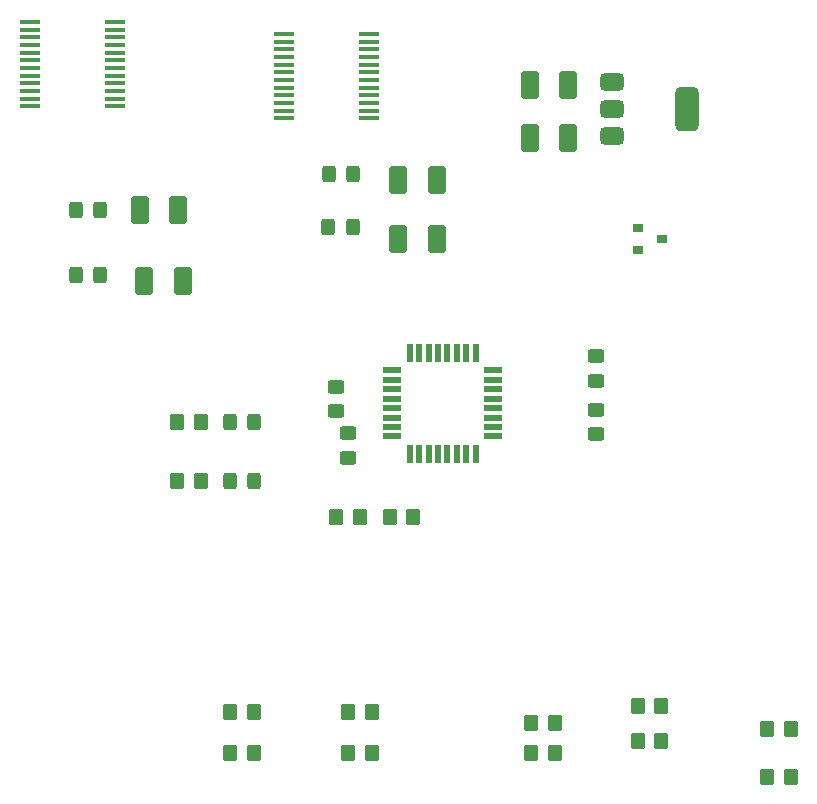
<source format=gbr>
%TF.GenerationSoftware,KiCad,Pcbnew,8.0.1*%
%TF.CreationDate,2024-06-07T20:18:40+02:00*%
%TF.ProjectId,minisumo,6d696e69-7375-46d6-9f2e-6b696361645f,rev?*%
%TF.SameCoordinates,Original*%
%TF.FileFunction,Paste,Top*%
%TF.FilePolarity,Positive*%
%FSLAX46Y46*%
G04 Gerber Fmt 4.6, Leading zero omitted, Abs format (unit mm)*
G04 Created by KiCad (PCBNEW 8.0.1) date 2024-06-07 20:18:40*
%MOMM*%
%LPD*%
G01*
G04 APERTURE LIST*
G04 Aperture macros list*
%AMRoundRect*
0 Rectangle with rounded corners*
0 $1 Rounding radius*
0 $2 $3 $4 $5 $6 $7 $8 $9 X,Y pos of 4 corners*
0 Add a 4 corners polygon primitive as box body*
4,1,4,$2,$3,$4,$5,$6,$7,$8,$9,$2,$3,0*
0 Add four circle primitives for the rounded corners*
1,1,$1+$1,$2,$3*
1,1,$1+$1,$4,$5*
1,1,$1+$1,$6,$7*
1,1,$1+$1,$8,$9*
0 Add four rect primitives between the rounded corners*
20,1,$1+$1,$2,$3,$4,$5,0*
20,1,$1+$1,$4,$5,$6,$7,0*
20,1,$1+$1,$6,$7,$8,$9,0*
20,1,$1+$1,$8,$9,$2,$3,0*%
G04 Aperture macros list end*
%ADD10R,1.750000X0.450000*%
%ADD11RoundRect,0.250001X-0.499999X-0.924999X0.499999X-0.924999X0.499999X0.924999X-0.499999X0.924999X0*%
%ADD12RoundRect,0.250000X-0.350000X-0.450000X0.350000X-0.450000X0.350000X0.450000X-0.350000X0.450000X0*%
%ADD13RoundRect,0.250000X-0.450000X0.325000X-0.450000X-0.325000X0.450000X-0.325000X0.450000X0.325000X0*%
%ADD14RoundRect,0.250000X0.350000X0.450000X-0.350000X0.450000X-0.350000X-0.450000X0.350000X-0.450000X0*%
%ADD15R,0.900000X0.800000*%
%ADD16RoundRect,0.250000X0.450000X-0.325000X0.450000X0.325000X-0.450000X0.325000X-0.450000X-0.325000X0*%
%ADD17RoundRect,0.250000X0.325000X0.450000X-0.325000X0.450000X-0.325000X-0.450000X0.325000X-0.450000X0*%
%ADD18RoundRect,0.375000X-0.625000X-0.375000X0.625000X-0.375000X0.625000X0.375000X-0.625000X0.375000X0*%
%ADD19RoundRect,0.500000X-0.500000X-1.400000X0.500000X-1.400000X0.500000X1.400000X-0.500000X1.400000X0*%
%ADD20RoundRect,0.250001X0.499999X0.924999X-0.499999X0.924999X-0.499999X-0.924999X0.499999X-0.924999X0*%
%ADD21R,1.600000X0.550000*%
%ADD22R,0.550000X1.600000*%
G04 APERTURE END LIST*
D10*
%TO.C,U2*%
X77300000Y-92275000D03*
X77300000Y-91625000D03*
X77300000Y-90975000D03*
X77300000Y-90325000D03*
X77300000Y-89675000D03*
X77300000Y-89025000D03*
X77300000Y-88375000D03*
X77300000Y-87725000D03*
X77300000Y-87075000D03*
X77300000Y-86425000D03*
X77300000Y-85775000D03*
X77300000Y-85125000D03*
X70100000Y-85125000D03*
X70100000Y-85775000D03*
X70100000Y-86425000D03*
X70100000Y-87075000D03*
X70100000Y-87725000D03*
X70100000Y-88375000D03*
X70100000Y-89025000D03*
X70100000Y-89675000D03*
X70100000Y-90325000D03*
X70100000Y-90975000D03*
X70100000Y-91625000D03*
X70100000Y-92275000D03*
%TD*%
D11*
%TO.C,C8*%
X79750000Y-102500000D03*
X83000000Y-102500000D03*
%TD*%
D12*
%TO.C,R7*%
X79000000Y-126000000D03*
X81000000Y-126000000D03*
%TD*%
D13*
%TO.C,C14*%
X96500000Y-112425000D03*
X96500000Y-114475000D03*
%TD*%
D14*
%TO.C,R10*%
X93000000Y-143500000D03*
X91000000Y-143500000D03*
%TD*%
D15*
%TO.C,Q2*%
X100000000Y-101550000D03*
X100000000Y-103450000D03*
X102100000Y-102500000D03*
%TD*%
D16*
%TO.C,C15*%
X96500000Y-119000000D03*
X96500000Y-116950000D03*
%TD*%
D12*
%TO.C,R14*%
X75500000Y-142500000D03*
X77500000Y-142500000D03*
%TD*%
D17*
%TO.C,C4*%
X75875000Y-101500000D03*
X73825000Y-101500000D03*
%TD*%
D13*
%TO.C,C16*%
X75500000Y-118950000D03*
X75500000Y-121000000D03*
%TD*%
D18*
%TO.C,U7*%
X97850000Y-89160000D03*
X97850000Y-91460000D03*
D19*
X104150000Y-91460000D03*
D18*
X97850000Y-93760000D03*
%TD*%
D12*
%TO.C,R3*%
X111000000Y-148000000D03*
X113000000Y-148000000D03*
%TD*%
D14*
%TO.C,R2*%
X76500000Y-126000000D03*
X74500000Y-126000000D03*
%TD*%
D12*
%TO.C,R4*%
X100000000Y-145000000D03*
X102000000Y-145000000D03*
%TD*%
D13*
%TO.C,C13*%
X74500000Y-114975000D03*
X74500000Y-117025000D03*
%TD*%
D12*
%TO.C,R12*%
X65500000Y-142500000D03*
X67500000Y-142500000D03*
%TD*%
%TO.C,R9*%
X61000000Y-123000000D03*
X63000000Y-123000000D03*
%TD*%
D17*
%TO.C,D1*%
X67525000Y-123000000D03*
X65475000Y-123000000D03*
%TD*%
D11*
%TO.C,C5*%
X57850000Y-100000000D03*
X61100000Y-100000000D03*
%TD*%
D14*
%TO.C,R13*%
X77500000Y-146000000D03*
X75500000Y-146000000D03*
%TD*%
D20*
%TO.C,C11*%
X94125000Y-93960000D03*
X90875000Y-93960000D03*
%TD*%
D14*
%TO.C,R6*%
X93000000Y-146000000D03*
X91000000Y-146000000D03*
%TD*%
D11*
%TO.C,C7*%
X79750000Y-97500000D03*
X83000000Y-97500000D03*
%TD*%
D21*
%TO.C,U1*%
X87750000Y-119200000D03*
X87750000Y-118400000D03*
X87750000Y-117600000D03*
X87750000Y-116800000D03*
X87750000Y-116000000D03*
X87750000Y-115200000D03*
X87750000Y-114400000D03*
X87750000Y-113600000D03*
D22*
X86300000Y-112150000D03*
X85500000Y-112150000D03*
X84700000Y-112150000D03*
X83900000Y-112150000D03*
X83100000Y-112150000D03*
X82300000Y-112150000D03*
X81500000Y-112150000D03*
X80700000Y-112150000D03*
D21*
X79250000Y-113600000D03*
X79250000Y-114400000D03*
X79250000Y-115200000D03*
X79250000Y-116000000D03*
X79250000Y-116800000D03*
X79250000Y-117600000D03*
X79250000Y-118400000D03*
X79250000Y-119200000D03*
D22*
X80700000Y-120650000D03*
X81500000Y-120650000D03*
X82300000Y-120650000D03*
X83100000Y-120650000D03*
X83900000Y-120650000D03*
X84700000Y-120650000D03*
X85500000Y-120650000D03*
X86300000Y-120650000D03*
%TD*%
D14*
%TO.C,R5*%
X102000000Y-142000000D03*
X100000000Y-142000000D03*
%TD*%
%TO.C,R11*%
X67500000Y-146000000D03*
X65500000Y-146000000D03*
%TD*%
D17*
%TO.C,C2*%
X54475000Y-105500000D03*
X52425000Y-105500000D03*
%TD*%
%TO.C,D2*%
X67525000Y-118000000D03*
X65475000Y-118000000D03*
%TD*%
%TO.C,C3*%
X75925000Y-97000000D03*
X73875000Y-97000000D03*
%TD*%
%TO.C,C1*%
X54525000Y-100000000D03*
X52475000Y-100000000D03*
%TD*%
D12*
%TO.C,R1*%
X111000000Y-144000000D03*
X113000000Y-144000000D03*
%TD*%
%TO.C,R8*%
X61000000Y-118000000D03*
X63000000Y-118000000D03*
%TD*%
D10*
%TO.C,U3*%
X48544000Y-84100000D03*
X48544000Y-84750000D03*
X48544000Y-85400000D03*
X48544000Y-86050000D03*
X48544000Y-86700000D03*
X48544000Y-87350000D03*
X48544000Y-88000000D03*
X48544000Y-88650000D03*
X48544000Y-89300000D03*
X48544000Y-89950000D03*
X48544000Y-90600000D03*
X48544000Y-91250000D03*
X55744000Y-91250000D03*
X55744000Y-90600000D03*
X55744000Y-89950000D03*
X55744000Y-89300000D03*
X55744000Y-88650000D03*
X55744000Y-88000000D03*
X55744000Y-87350000D03*
X55744000Y-86700000D03*
X55744000Y-86050000D03*
X55744000Y-85400000D03*
X55744000Y-84750000D03*
X55744000Y-84100000D03*
%TD*%
D20*
%TO.C,C12*%
X94125000Y-89460000D03*
X90875000Y-89460000D03*
%TD*%
D11*
%TO.C,C6*%
X58250000Y-106000000D03*
X61500000Y-106000000D03*
%TD*%
M02*

</source>
